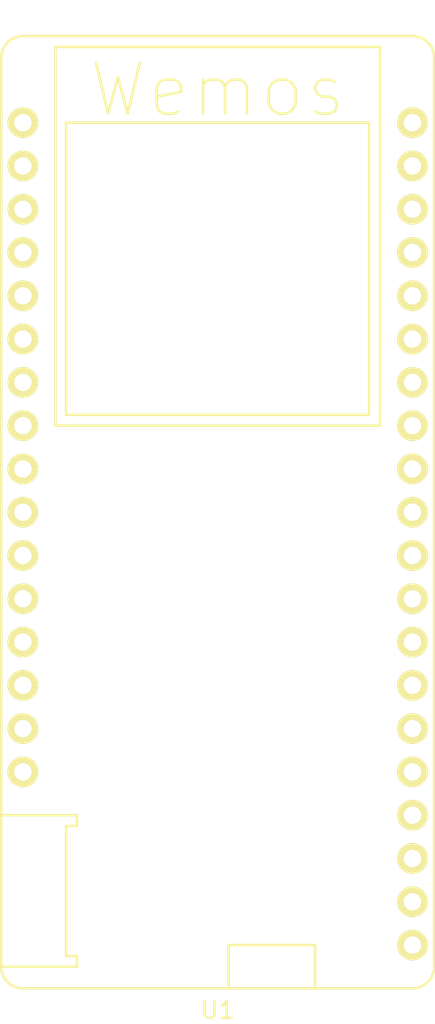
<source format=kicad_pcb>
(kicad_pcb (version 20171130) (host pcbnew 5.0.2-bee76a0~70~ubuntu18.04.1)

  (general
    (thickness 1.6)
    (drawings 0)
    (tracks 0)
    (zones 0)
    (modules 1)
    (nets 37)
  )

  (page A4)
  (layers
    (0 F.Cu signal)
    (31 B.Cu signal)
    (32 B.Adhes user)
    (33 F.Adhes user)
    (34 B.Paste user)
    (35 F.Paste user)
    (36 B.SilkS user)
    (37 F.SilkS user)
    (38 B.Mask user)
    (39 F.Mask user)
    (40 Dwgs.User user)
    (41 Cmts.User user)
    (42 Eco1.User user)
    (43 Eco2.User user)
    (44 Edge.Cuts user)
    (45 Margin user)
    (46 B.CrtYd user)
    (47 F.CrtYd user)
    (48 B.Fab user)
    (49 F.Fab user)
  )

  (setup
    (last_trace_width 0.25)
    (trace_clearance 0.2)
    (zone_clearance 0.508)
    (zone_45_only no)
    (trace_min 0.2)
    (segment_width 0.2)
    (edge_width 0.15)
    (via_size 0.8)
    (via_drill 0.4)
    (via_min_size 0.4)
    (via_min_drill 0.3)
    (uvia_size 0.3)
    (uvia_drill 0.1)
    (uvias_allowed no)
    (uvia_min_size 0.2)
    (uvia_min_drill 0.1)
    (pcb_text_width 0.3)
    (pcb_text_size 1.5 1.5)
    (mod_edge_width 0.15)
    (mod_text_size 1 1)
    (mod_text_width 0.15)
    (pad_size 1.524 1.524)
    (pad_drill 0.762)
    (pad_to_mask_clearance 0.051)
    (solder_mask_min_width 0.25)
    (aux_axis_origin 0 0)
    (visible_elements FFFFFF7F)
    (pcbplotparams
      (layerselection 0x010fc_ffffffff)
      (usegerberextensions false)
      (usegerberattributes false)
      (usegerberadvancedattributes false)
      (creategerberjobfile false)
      (excludeedgelayer true)
      (linewidth 0.100000)
      (plotframeref false)
      (viasonmask false)
      (mode 1)
      (useauxorigin false)
      (hpglpennumber 1)
      (hpglpenspeed 20)
      (hpglpendiameter 15.000000)
      (psnegative false)
      (psa4output false)
      (plotreference true)
      (plotvalue true)
      (plotinvisibletext false)
      (padsonsilk false)
      (subtractmaskfromsilk false)
      (outputformat 1)
      (mirror false)
      (drillshape 1)
      (scaleselection 1)
      (outputdirectory ""))
  )

  (net 0 "")
  (net 1 "Net-(U1-Pad36)")
  (net 2 "Net-(U1-Pad35)")
  (net 3 "Net-(U1-Pad34)")
  (net 4 "Net-(U1-Pad33)")
  (net 5 "Net-(U1-Pad32)")
  (net 6 "Net-(U1-Pad31)")
  (net 7 "Net-(U1-Pad30)")
  (net 8 "Net-(U1-Pad29)")
  (net 9 "Net-(U1-Pad28)")
  (net 10 "Net-(U1-Pad27)")
  (net 11 "Net-(U1-Pad26)")
  (net 12 "Net-(U1-Pad25)")
  (net 13 "Net-(U1-Pad16)")
  (net 14 "Net-(U1-Pad15)")
  (net 15 "Net-(U1-Pad14)")
  (net 16 "Net-(U1-Pad13)")
  (net 17 "Net-(U1-Pad12)")
  (net 18 "Net-(U1-Pad11)")
  (net 19 "Net-(U1-Pad10)")
  (net 20 "Net-(U1-Pad9)")
  (net 21 "Net-(U1-Pad8)")
  (net 22 "Net-(U1-Pad7)")
  (net 23 "Net-(U1-Pad6)")
  (net 24 "Net-(U1-Pad5)")
  (net 25 "Net-(U1-Pad4)")
  (net 26 "Net-(U1-Pad3)")
  (net 27 "Net-(U1-Pad2)")
  (net 28 "Net-(U1-Pad1)")
  (net 29 "Net-(U1-Pad24)")
  (net 30 "Net-(U1-Pad23)")
  (net 31 "Net-(U1-Pad22)")
  (net 32 "Net-(U1-Pad21)")
  (net 33 "Net-(U1-Pad20)")
  (net 34 "Net-(U1-Pad19)")
  (net 35 "Net-(U1-Pad18)")
  (net 36 "Net-(U1-Pad17)")

  (net_class Default "This is the default net class."
    (clearance 0.2)
    (trace_width 0.25)
    (via_dia 0.8)
    (via_drill 0.4)
    (uvia_dia 0.3)
    (uvia_drill 0.1)
    (add_net "Net-(U1-Pad1)")
    (add_net "Net-(U1-Pad10)")
    (add_net "Net-(U1-Pad11)")
    (add_net "Net-(U1-Pad12)")
    (add_net "Net-(U1-Pad13)")
    (add_net "Net-(U1-Pad14)")
    (add_net "Net-(U1-Pad15)")
    (add_net "Net-(U1-Pad16)")
    (add_net "Net-(U1-Pad17)")
    (add_net "Net-(U1-Pad18)")
    (add_net "Net-(U1-Pad19)")
    (add_net "Net-(U1-Pad2)")
    (add_net "Net-(U1-Pad20)")
    (add_net "Net-(U1-Pad21)")
    (add_net "Net-(U1-Pad22)")
    (add_net "Net-(U1-Pad23)")
    (add_net "Net-(U1-Pad24)")
    (add_net "Net-(U1-Pad25)")
    (add_net "Net-(U1-Pad26)")
    (add_net "Net-(U1-Pad27)")
    (add_net "Net-(U1-Pad28)")
    (add_net "Net-(U1-Pad29)")
    (add_net "Net-(U1-Pad3)")
    (add_net "Net-(U1-Pad30)")
    (add_net "Net-(U1-Pad31)")
    (add_net "Net-(U1-Pad32)")
    (add_net "Net-(U1-Pad33)")
    (add_net "Net-(U1-Pad34)")
    (add_net "Net-(U1-Pad35)")
    (add_net "Net-(U1-Pad36)")
    (add_net "Net-(U1-Pad4)")
    (add_net "Net-(U1-Pad5)")
    (add_net "Net-(U1-Pad6)")
    (add_net "Net-(U1-Pad7)")
    (add_net "Net-(U1-Pad8)")
    (add_net "Net-(U1-Pad9)")
  )

  (module Wemos:LoLin_32_Board (layer F.Cu) (tedit 5928C46B) (tstamp 5C408A6B)
    (at 100.33 58.42)
    (path /5C278FC6)
    (fp_text reference U1 (at 0 27.94) (layer F.SilkS)
      (effects (font (size 1 1) (thickness 0.15)))
    )
    (fp_text value Wemos_LoLin32 (at 0.635 -30.48) (layer F.Fab)
      (effects (font (size 1 1) (thickness 0.15)))
    )
    (fp_line (start 0.635 26.67) (end 0.635 24.13) (layer F.SilkS) (width 0.15))
    (fp_line (start 0.635 24.13) (end 5.715 24.13) (layer F.SilkS) (width 0.15))
    (fp_line (start 5.715 24.13) (end 5.715 26.67) (layer F.SilkS) (width 0.15))
    (fp_line (start -12.7 16.51) (end -8.255 16.51) (layer F.SilkS) (width 0.15))
    (fp_line (start -8.255 16.51) (end -8.255 17.145) (layer F.SilkS) (width 0.15))
    (fp_line (start -8.255 17.145) (end -8.89 17.145) (layer F.SilkS) (width 0.15))
    (fp_line (start -8.89 17.145) (end -8.89 24.765) (layer F.SilkS) (width 0.15))
    (fp_line (start -8.89 24.765) (end -8.255 24.765) (layer F.SilkS) (width 0.15))
    (fp_line (start -8.255 24.765) (end -8.255 25.4) (layer F.SilkS) (width 0.15))
    (fp_line (start -8.255 25.4) (end -12.7 25.4) (layer F.SilkS) (width 0.15))
    (fp_line (start -8.89 -24.13) (end -8.89 -6.985) (layer F.SilkS) (width 0.15))
    (fp_line (start -8.89 -6.985) (end 8.89 -6.985) (layer F.SilkS) (width 0.15))
    (fp_line (start 8.89 -6.985) (end 8.89 -24.13) (layer F.SilkS) (width 0.15))
    (fp_line (start 8.89 -24.13) (end -8.89 -24.13) (layer F.SilkS) (width 0.15))
    (fp_line (start -9.525 -28.575) (end -9.525 -6.35) (layer F.SilkS) (width 0.15))
    (fp_line (start -9.525 -6.35) (end 9.525 -6.35) (layer F.SilkS) (width 0.15))
    (fp_line (start 9.525 -6.35) (end 9.525 -28.575) (layer F.SilkS) (width 0.15))
    (fp_line (start 9.525 -28.575) (end -9.525 -28.575) (layer F.SilkS) (width 0.15))
    (fp_line (start -11.43 -29.21) (end 11.43 -29.21) (layer F.SilkS) (width 0.15))
    (fp_line (start -11.43 26.67) (end 11.43 26.67) (layer F.SilkS) (width 0.15))
    (fp_arc (start 11.43 25.4) (end 12.7 25.4) (angle 90) (layer F.SilkS) (width 0.15))
    (fp_arc (start -11.43 25.4) (end -11.43 26.67) (angle 90) (layer F.SilkS) (width 0.15))
    (fp_arc (start 11.43 -27.94) (end 11.43 -29.21) (angle 90) (layer F.SilkS) (width 0.15))
    (fp_arc (start -11.43 -27.94) (end -12.7 -27.94) (angle 90) (layer F.SilkS) (width 0.15))
    (fp_line (start 12.7 -27.94) (end 12.7 25.4) (layer F.SilkS) (width 0.15))
    (fp_line (start -12.7 -27.94) (end -12.7 25.4) (layer F.SilkS) (width 0.15))
    (fp_text user Wemos (at 0 -26.035) (layer F.SilkS)
      (effects (font (size 3 3) (thickness 0.15)))
    )
    (pad 36 thru_hole circle (at 11.43 24.13) (size 1.8 1.8) (drill 1.016) (layers *.Cu *.Mask F.SilkS)
      (net 1 "Net-(U1-Pad36)"))
    (pad 35 thru_hole circle (at 11.43 21.59) (size 1.8 1.8) (drill 1.016) (layers *.Cu *.Mask F.SilkS)
      (net 2 "Net-(U1-Pad35)"))
    (pad 34 thru_hole circle (at 11.43 19.05) (size 1.8 1.8) (drill 1.016) (layers *.Cu *.Mask F.SilkS)
      (net 3 "Net-(U1-Pad34)"))
    (pad 33 thru_hole circle (at 11.43 16.51) (size 1.8 1.8) (drill 1.016) (layers *.Cu *.Mask F.SilkS)
      (net 4 "Net-(U1-Pad33)"))
    (pad 32 thru_hole circle (at 11.43 13.97) (size 1.8 1.8) (drill 1.016) (layers *.Cu *.Mask F.SilkS)
      (net 5 "Net-(U1-Pad32)"))
    (pad 31 thru_hole circle (at 11.43 11.43) (size 1.8 1.8) (drill 1.016) (layers *.Cu *.Mask F.SilkS)
      (net 6 "Net-(U1-Pad31)"))
    (pad 30 thru_hole circle (at 11.43 8.89) (size 1.8 1.8) (drill 1.016) (layers *.Cu *.Mask F.SilkS)
      (net 7 "Net-(U1-Pad30)"))
    (pad 29 thru_hole circle (at 11.43 6.35) (size 1.8 1.8) (drill 1.016) (layers *.Cu *.Mask F.SilkS)
      (net 8 "Net-(U1-Pad29)"))
    (pad 28 thru_hole circle (at 11.43 3.81) (size 1.8 1.8) (drill 1.016) (layers *.Cu *.Mask F.SilkS)
      (net 9 "Net-(U1-Pad28)"))
    (pad 27 thru_hole circle (at 11.43 1.27) (size 1.8 1.8) (drill 1.016) (layers *.Cu *.Mask F.SilkS)
      (net 10 "Net-(U1-Pad27)"))
    (pad 26 thru_hole circle (at 11.43 -1.27) (size 1.8 1.8) (drill 1.016) (layers *.Cu *.Mask F.SilkS)
      (net 11 "Net-(U1-Pad26)"))
    (pad 25 thru_hole circle (at 11.43 -3.81) (size 1.8 1.8) (drill 1.016) (layers *.Cu *.Mask F.SilkS)
      (net 12 "Net-(U1-Pad25)"))
    (pad 16 thru_hole circle (at -11.43 13.97) (size 1.8 1.8) (drill 1.016) (layers *.Cu *.Mask F.SilkS)
      (net 13 "Net-(U1-Pad16)"))
    (pad 15 thru_hole circle (at -11.43 11.43) (size 1.8 1.8) (drill 1.016) (layers *.Cu *.Mask F.SilkS)
      (net 14 "Net-(U1-Pad15)"))
    (pad 14 thru_hole circle (at -11.43 8.89) (size 1.8 1.8) (drill 1.016) (layers *.Cu *.Mask F.SilkS)
      (net 15 "Net-(U1-Pad14)"))
    (pad 13 thru_hole circle (at -11.43 6.35) (size 1.8 1.8) (drill 1.016) (layers *.Cu *.Mask F.SilkS)
      (net 16 "Net-(U1-Pad13)"))
    (pad 12 thru_hole circle (at -11.43 3.81) (size 1.8 1.8) (drill 1.016) (layers *.Cu *.Mask F.SilkS)
      (net 17 "Net-(U1-Pad12)"))
    (pad 11 thru_hole circle (at -11.43 1.27) (size 1.8 1.8) (drill 1.016) (layers *.Cu *.Mask F.SilkS)
      (net 18 "Net-(U1-Pad11)"))
    (pad 10 thru_hole circle (at -11.43 -1.27) (size 1.8 1.8) (drill 1.016) (layers *.Cu *.Mask F.SilkS)
      (net 19 "Net-(U1-Pad10)"))
    (pad 9 thru_hole circle (at -11.43 -3.81) (size 1.8 1.8) (drill 1.016) (layers *.Cu *.Mask F.SilkS)
      (net 20 "Net-(U1-Pad9)"))
    (pad 8 thru_hole circle (at -11.43 -6.35) (size 1.8 1.8) (drill 1.016) (layers *.Cu *.Mask F.SilkS)
      (net 21 "Net-(U1-Pad8)"))
    (pad 7 thru_hole circle (at -11.43 -8.89) (size 1.8 1.8) (drill 1.016) (layers *.Cu *.Mask F.SilkS)
      (net 22 "Net-(U1-Pad7)"))
    (pad 6 thru_hole circle (at -11.43 -11.43) (size 1.8 1.8) (drill 1.016) (layers *.Cu *.Mask F.SilkS)
      (net 23 "Net-(U1-Pad6)"))
    (pad 5 thru_hole circle (at -11.43 -13.97) (size 1.8 1.8) (drill 1.016) (layers *.Cu *.Mask F.SilkS)
      (net 24 "Net-(U1-Pad5)"))
    (pad 4 thru_hole circle (at -11.43 -16.51) (size 1.8 1.8) (drill 1.016) (layers *.Cu *.Mask F.SilkS)
      (net 25 "Net-(U1-Pad4)"))
    (pad 3 thru_hole circle (at -11.43 -19.05) (size 1.8 1.8) (drill 1.016) (layers *.Cu *.Mask F.SilkS)
      (net 26 "Net-(U1-Pad3)"))
    (pad 2 thru_hole circle (at -11.43 -21.59) (size 1.8 1.8) (drill 1.016) (layers *.Cu *.Mask F.SilkS)
      (net 27 "Net-(U1-Pad2)"))
    (pad 1 thru_hole circle (at -11.43 -24.13) (size 1.8 1.8) (drill 1.016) (layers *.Cu *.Mask F.SilkS)
      (net 28 "Net-(U1-Pad1)"))
    (pad 24 thru_hole circle (at 11.43 -6.35) (size 1.8 1.8) (drill 1.016) (layers *.Cu *.Mask F.SilkS)
      (net 29 "Net-(U1-Pad24)"))
    (pad 23 thru_hole circle (at 11.43 -8.89) (size 1.8 1.8) (drill 1.016) (layers *.Cu *.Mask F.SilkS)
      (net 30 "Net-(U1-Pad23)"))
    (pad 22 thru_hole circle (at 11.43 -11.43) (size 1.8 1.8) (drill 1.016) (layers *.Cu *.Mask F.SilkS)
      (net 31 "Net-(U1-Pad22)"))
    (pad 21 thru_hole circle (at 11.43 -13.97) (size 1.8 1.8) (drill 1.016) (layers *.Cu *.Mask F.SilkS)
      (net 32 "Net-(U1-Pad21)"))
    (pad 20 thru_hole circle (at 11.43 -16.51) (size 1.8 1.8) (drill 1.016) (layers *.Cu *.Mask F.SilkS)
      (net 33 "Net-(U1-Pad20)"))
    (pad 19 thru_hole circle (at 11.43 -19.05) (size 1.8 1.8) (drill 1.016) (layers *.Cu *.Mask F.SilkS)
      (net 34 "Net-(U1-Pad19)"))
    (pad 18 thru_hole circle (at 11.43 -21.59) (size 1.8 1.8) (drill 1.016) (layers *.Cu *.Mask F.SilkS)
      (net 35 "Net-(U1-Pad18)"))
    (pad 17 thru_hole circle (at 11.43 -24.13) (size 1.8 1.8) (drill 1.016) (layers *.Cu *.Mask F.SilkS)
      (net 36 "Net-(U1-Pad17)"))
  )

)

</source>
